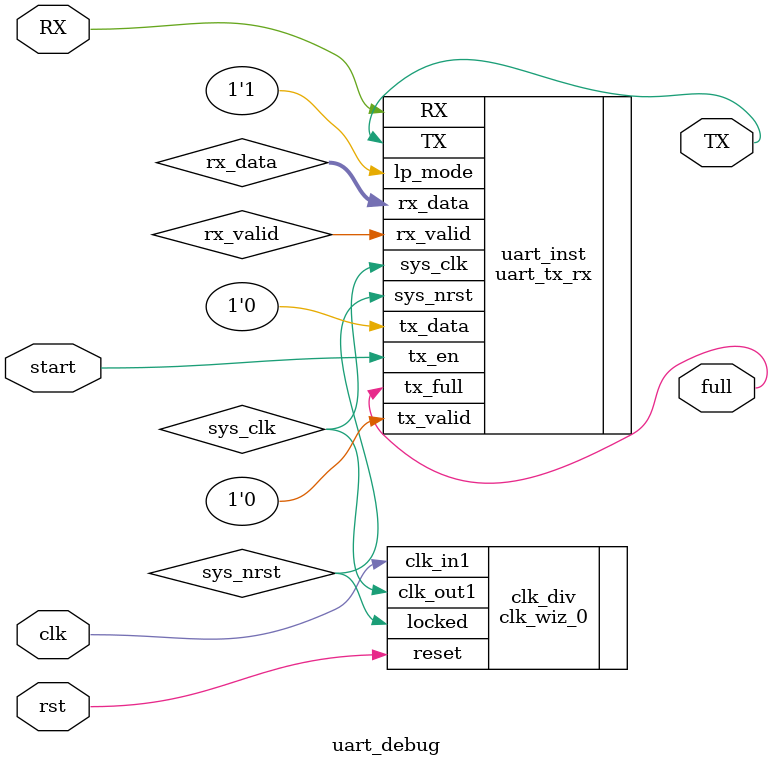
<source format=sv>

module uart_debug
(
    input  logic        clk,
    input  logic        rst,
    // User interface
    input  logic        start,
    output logic        full,
    // Physical interface
    output logic        TX,
    input  logic        RX
);

// ----------------------------------------------------------------
// Clock divider
// ----------------------------------------------------------------
logic sys_clk;
logic sys_nrst;

clk_wiz_0 clk_div
(
    .reset    (rst),
    .locked   (sys_nrst),
    .clk_in1  (clk),
    .clk_out1 (sys_clk)
);

// ----------------------------------------------------------------
// UART
// ----------------------------------------------------------------
logic       rx_valid;
logic [7:0] rx_data;
logic       tx_full;

uart_tx_rx uart_inst
(
    .sys_clk  (sys_clk),
    .sys_nrst (sys_nrst),
    // User interface
    .lp_mode  ('1),    // 1: Loopback Mode
    // - TX
    .tx_valid ('0),
    .tx_data  ('0),
    .tx_full  (full),
    .tx_en    (start),
    // - RX
    .rx_valid (rx_valid),
    .rx_data  (rx_data),
    // Physical interface
    .TX       (TX),
    .RX       (RX)
);

endmodule

</source>
